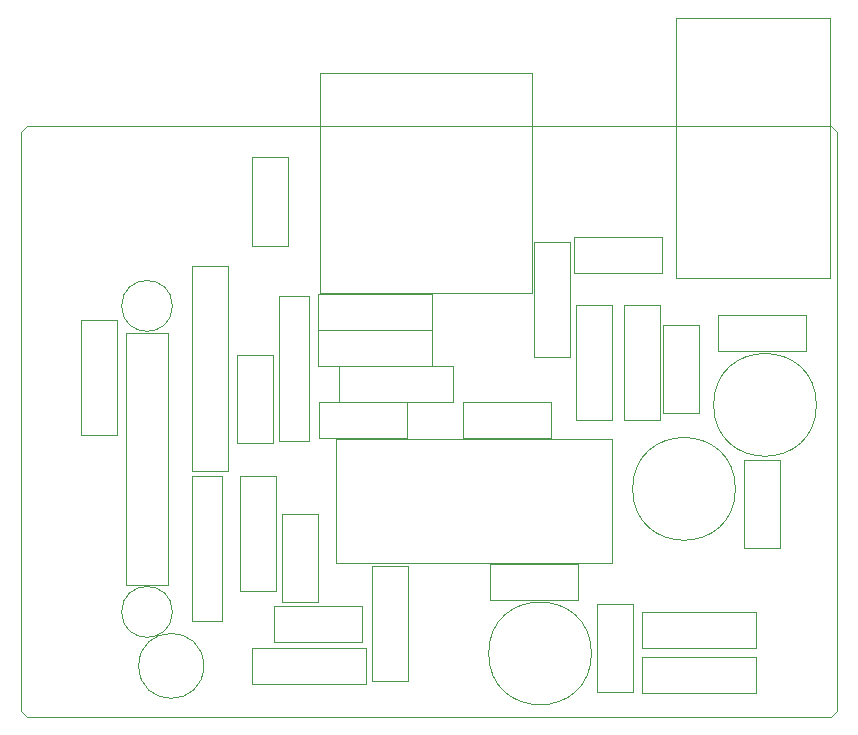
<source format=gbr>
%TF.GenerationSoftware,KiCad,Pcbnew,7.0.11-7.0.11~ubuntu22.04.1*%
%TF.CreationDate,2024-11-08T14:07:25-05:00*%
%TF.ProjectId,sub_rf_mod,7375625f-7266-45f6-9d6f-642e6b696361,rev?*%
%TF.SameCoordinates,Original*%
%TF.FileFunction,Other,User*%
%FSLAX46Y46*%
G04 Gerber Fmt 4.6, Leading zero omitted, Abs format (unit mm)*
G04 Created by KiCad (PCBNEW 7.0.11-7.0.11~ubuntu22.04.1) date 2024-11-08 14:07:25*
%MOMM*%
%LPD*%
G01*
G04 APERTURE LIST*
%ADD10C,0.050000*%
%ADD11C,0.100000*%
%TA.AperFunction,Profile*%
%ADD12C,0.100000*%
%TD*%
G04 APERTURE END LIST*
D10*
%TO.C,RF_D2*%
X141458000Y-77690000D02*
X138958000Y-77690000D01*
X138958000Y-77690000D02*
X138958000Y-89950000D01*
X141458000Y-89950000D02*
X141458000Y-77690000D01*
X138958000Y-89950000D02*
X141458000Y-89950000D01*
%TO.C,RF_C9*%
X171474000Y-87570000D02*
X174474000Y-87570000D01*
X174474000Y-87570000D02*
X174474000Y-80070000D01*
X171474000Y-80070000D02*
X171474000Y-87570000D01*
X174474000Y-80070000D02*
X171474000Y-80070000D01*
%TO.C,RF_C13*%
X132559328Y-108966000D02*
G75*
G03*
X127059328Y-108966000I-2750000J0D01*
G01*
X127059328Y-108966000D02*
G75*
G03*
X132559328Y-108966000I2750000J0D01*
G01*
%TO.C,RF_C3*%
X142216000Y-96072000D02*
X139216000Y-96072000D01*
X139216000Y-96072000D02*
X139216000Y-103572000D01*
X142216000Y-103572000D02*
X142216000Y-96072000D01*
X139216000Y-103572000D02*
X142216000Y-103572000D01*
%TO.C,RF_JP1*%
X134596000Y-75150000D02*
X131596000Y-75150000D01*
X131596000Y-75150000D02*
X131596000Y-92490000D01*
X134596000Y-92490000D02*
X134596000Y-75150000D01*
X131596000Y-92490000D02*
X134596000Y-92490000D01*
%TO.C,RF_R10*%
X151926000Y-80494000D02*
X151926000Y-77494000D01*
X151926000Y-77494000D02*
X142206000Y-77494000D01*
X142206000Y-80494000D02*
X151926000Y-80494000D01*
X142206000Y-77494000D02*
X142206000Y-80494000D01*
%TO.C,J4B1*%
X125962000Y-80750000D02*
X129512000Y-80750000D01*
X125962000Y-102100000D02*
X125962000Y-80750000D01*
X129512000Y-80750000D02*
X129512000Y-102100000D01*
X129512000Y-102100000D02*
X125962000Y-102100000D01*
%TO.C,RF_C2*%
X138406000Y-82610000D02*
X135406000Y-82610000D01*
X135406000Y-82610000D02*
X135406000Y-90110000D01*
X138406000Y-90110000D02*
X138406000Y-82610000D01*
X135406000Y-90110000D02*
X138406000Y-90110000D01*
%TO.C,RF_R6*%
X169638000Y-108228000D02*
X169638000Y-111228000D01*
X169638000Y-111228000D02*
X179358000Y-111228000D01*
X179358000Y-108228000D02*
X169638000Y-108228000D01*
X179358000Y-111228000D02*
X179358000Y-108228000D01*
%TO.C,RF_C10*%
X178332000Y-99000000D02*
X181332000Y-99000000D01*
X181332000Y-99000000D02*
X181332000Y-91500000D01*
X178332000Y-91500000D02*
X178332000Y-99000000D01*
X181332000Y-91500000D02*
X178332000Y-91500000D01*
%TO.C,RF_L3*%
X165386000Y-107910000D02*
G75*
G03*
X156686000Y-107910000I-4350000J0D01*
G01*
X156686000Y-107910000D02*
G75*
G03*
X165386000Y-107910000I4350000J0D01*
G01*
%TO.C,H17*%
X129912000Y-78486000D02*
G75*
G03*
X125612000Y-78486000I-2150000J0D01*
G01*
X125612000Y-78486000D02*
G75*
G03*
X129912000Y-78486000I2150000J0D01*
G01*
%TO.C,RF_U1*%
X143738000Y-100271000D02*
X167138000Y-100271000D01*
X167138000Y-100271000D02*
X167138000Y-89721000D01*
X143738000Y-89721000D02*
X143738000Y-100271000D01*
X167138000Y-89721000D02*
X143738000Y-89721000D01*
%TO.C,RF_C12*%
X164278000Y-103354000D02*
X164278000Y-100354000D01*
X164278000Y-100354000D02*
X156778000Y-100354000D01*
X156778000Y-103354000D02*
X164278000Y-103354000D01*
X156778000Y-100354000D02*
X156778000Y-103354000D01*
%TO.C,RF_R2*%
X138660000Y-92930000D02*
X135660000Y-92930000D01*
X135660000Y-92930000D02*
X135660000Y-102650000D01*
X138660000Y-102650000D02*
X138660000Y-92930000D01*
X135660000Y-102650000D02*
X138660000Y-102650000D01*
%TO.C,RF_C1*%
X136676000Y-73386000D02*
X139676000Y-73386000D01*
X139676000Y-73386000D02*
X139676000Y-65886000D01*
X136676000Y-65886000D02*
X136676000Y-73386000D01*
X139676000Y-65886000D02*
X136676000Y-65886000D01*
%TO.C,RF_C7*%
X154492000Y-86638000D02*
X154492000Y-89638000D01*
X154492000Y-89638000D02*
X161992000Y-89638000D01*
X161992000Y-86638000D02*
X154492000Y-86638000D01*
X161992000Y-89638000D02*
X161992000Y-86638000D01*
%TO.C,RF_R9*%
X163552000Y-73118000D02*
X160552000Y-73118000D01*
X160552000Y-73118000D02*
X160552000Y-82838000D01*
X163552000Y-82838000D02*
X163552000Y-73118000D01*
X160552000Y-82838000D02*
X163552000Y-82838000D01*
D11*
%TO.C,RF_SW1*%
X160376500Y-77391000D02*
X142391500Y-77391000D01*
X160376500Y-58753000D02*
X160376500Y-77391000D01*
X142391500Y-77391000D02*
X142391500Y-58753000D01*
X142391500Y-58753000D02*
X160376500Y-58753000D01*
%TO.C,RF_J1*%
X172582000Y-76099000D02*
X172582000Y-54080000D01*
X185558000Y-76099000D02*
X172582000Y-76099000D01*
X172582000Y-54080000D02*
X185558000Y-54080000D01*
X185558000Y-54080000D02*
X185558000Y-76099000D01*
D10*
%TO.C,H16*%
X129912000Y-104394000D02*
G75*
G03*
X125612000Y-104394000I-2150000J0D01*
G01*
X125612000Y-104394000D02*
G75*
G03*
X129912000Y-104394000I2150000J0D01*
G01*
%TO.C,RF_R5*%
X179358000Y-107418000D02*
X179358000Y-104418000D01*
X179358000Y-104418000D02*
X169638000Y-104418000D01*
X169638000Y-107418000D02*
X179358000Y-107418000D01*
X169638000Y-104418000D02*
X169638000Y-107418000D01*
%TO.C,RF_C6*%
X168886000Y-103692000D02*
X165886000Y-103692000D01*
X165886000Y-103692000D02*
X165886000Y-111192000D01*
X168886000Y-111192000D02*
X168886000Y-103692000D01*
X165886000Y-111192000D02*
X168886000Y-111192000D01*
%TO.C,RF_L2*%
X177578000Y-93980000D02*
G75*
G03*
X168878000Y-93980000I-4350000J0D01*
G01*
X168878000Y-93980000D02*
G75*
G03*
X177578000Y-93980000I4350000J0D01*
G01*
%TO.C,RF_C8*%
X163890000Y-72668000D02*
X163890000Y-75668000D01*
X163890000Y-75668000D02*
X171390000Y-75668000D01*
X171390000Y-72668000D02*
X163890000Y-72668000D01*
X171390000Y-75668000D02*
X171390000Y-72668000D01*
%TO.C,RF_C5*%
X142300000Y-86638000D02*
X142300000Y-89638000D01*
X142300000Y-89638000D02*
X149800000Y-89638000D01*
X149800000Y-86638000D02*
X142300000Y-86638000D01*
X149800000Y-89638000D02*
X149800000Y-86638000D01*
%TO.C,RF_D1*%
X131592000Y-105190000D02*
X134092000Y-105190000D01*
X134092000Y-105190000D02*
X134092000Y-92930000D01*
X131592000Y-92930000D02*
X131592000Y-105190000D01*
X134092000Y-92930000D02*
X131592000Y-92930000D01*
%TO.C,RF_C11*%
X176082000Y-79272000D02*
X176082000Y-82272000D01*
X176082000Y-82272000D02*
X183582000Y-82272000D01*
X183582000Y-79272000D02*
X176082000Y-79272000D01*
X183582000Y-82272000D02*
X183582000Y-79272000D01*
%TO.C,RF_C4*%
X145990000Y-106910000D02*
X145990000Y-103910000D01*
X145990000Y-103910000D02*
X138490000Y-103910000D01*
X138490000Y-106910000D02*
X145990000Y-106910000D01*
X138490000Y-103910000D02*
X138490000Y-106910000D01*
%TO.C,RF_R11*%
X142206000Y-80542000D02*
X142206000Y-83542000D01*
X142206000Y-83542000D02*
X151926000Y-83542000D01*
X151926000Y-80542000D02*
X142206000Y-80542000D01*
X151926000Y-83542000D02*
X151926000Y-80542000D01*
%TO.C,RF_R7*%
X168172000Y-88172000D02*
X171172000Y-88172000D01*
X171172000Y-88172000D02*
X171172000Y-78452000D01*
X168172000Y-78452000D02*
X168172000Y-88172000D01*
X171172000Y-78452000D02*
X168172000Y-78452000D01*
%TO.C,RF_R8*%
X164108000Y-88172000D02*
X167108000Y-88172000D01*
X167108000Y-88172000D02*
X167108000Y-78452000D01*
X164108000Y-78452000D02*
X164108000Y-88172000D01*
X167108000Y-78452000D02*
X164108000Y-78452000D01*
%TO.C,RF_R1*%
X122198000Y-89442000D02*
X125198000Y-89442000D01*
X125198000Y-89442000D02*
X125198000Y-79722000D01*
X122198000Y-79722000D02*
X122198000Y-89442000D01*
X125198000Y-79722000D02*
X122198000Y-79722000D01*
%TO.C,RF_L1*%
X184436000Y-86868000D02*
G75*
G03*
X175736000Y-86868000I-4350000J0D01*
G01*
X175736000Y-86868000D02*
G75*
G03*
X184436000Y-86868000I4350000J0D01*
G01*
%TO.C,RF_R3*%
X136618000Y-107466000D02*
X136618000Y-110466000D01*
X136618000Y-110466000D02*
X146338000Y-110466000D01*
X146338000Y-107466000D02*
X136618000Y-107466000D01*
X146338000Y-110466000D02*
X146338000Y-107466000D01*
%TO.C,RF_R4*%
X146836000Y-110270000D02*
X149836000Y-110270000D01*
X149836000Y-110270000D02*
X149836000Y-100550000D01*
X146836000Y-100550000D02*
X146836000Y-110270000D01*
X149836000Y-100550000D02*
X146836000Y-100550000D01*
%TO.C,RF_R12*%
X153704000Y-86590000D02*
X153704000Y-83590000D01*
X153704000Y-83590000D02*
X143984000Y-83590000D01*
X143984000Y-86590000D02*
X153704000Y-86590000D01*
X143984000Y-83590000D02*
X143984000Y-86590000D01*
%TD*%
D12*
X186182000Y-112776000D02*
X186182000Y-63754000D01*
X185674000Y-113284000D02*
X186182000Y-112776000D01*
X117094000Y-112776000D02*
X117094000Y-63754000D01*
X117602000Y-63246000D02*
X117094000Y-63754000D01*
X117602000Y-63246000D02*
X185674000Y-63246000D01*
X117602000Y-113284000D02*
X185674000Y-113284000D01*
X117094000Y-112776000D02*
X117602000Y-113284000D01*
X185674000Y-63246000D02*
X186182000Y-63754000D01*
M02*

</source>
